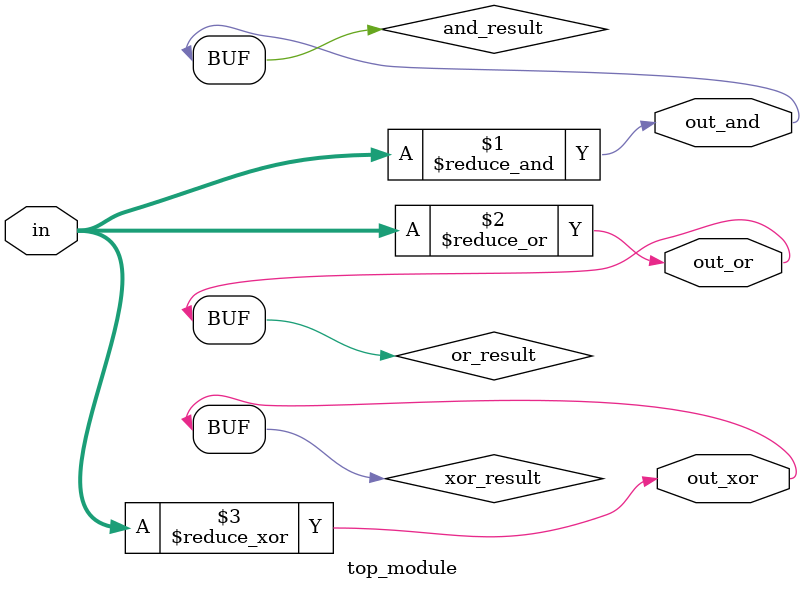
<source format=sv>
module top_module (
	input [99:0] in,
	output out_and,
	output out_or,
	output out_xor
);

	// Wire declarations
	wire and_result;
	wire or_result;
	wire xor_result;
	
	// AND operation
	assign and_result = &in;
	assign out_and = and_result;
	
	// OR operation
	assign or_result = |in;
	assign out_or = or_result;
	
	// XOR operation
	assign xor_result = ^in;
	assign out_xor = xor_result;

endmodule

</source>
